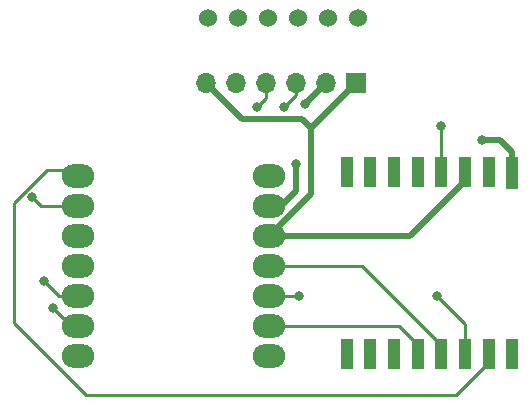
<source format=gbr>
%TF.GenerationSoftware,KiCad,Pcbnew,7.0.9*%
%TF.CreationDate,2024-02-15T22:09:52+01:00*%
%TF.ProjectId,esp32c3,65737033-3263-4332-9e6b-696361645f70,rev?*%
%TF.SameCoordinates,Original*%
%TF.FileFunction,Copper,L1,Top*%
%TF.FilePolarity,Positive*%
%FSLAX46Y46*%
G04 Gerber Fmt 4.6, Leading zero omitted, Abs format (unit mm)*
G04 Created by KiCad (PCBNEW 7.0.9) date 2024-02-15 22:09:52*
%MOMM*%
%LPD*%
G01*
G04 APERTURE LIST*
%TA.AperFunction,SMDPad,CuDef*%
%ADD10R,1.100000X2.800000*%
%TD*%
%TA.AperFunction,SMDPad,CuDef*%
%ADD11R,1.100000X2.600000*%
%TD*%
%TA.AperFunction,SMDPad,CuDef*%
%ADD12O,2.748280X1.998980*%
%TD*%
%TA.AperFunction,ComponentPad*%
%ADD13R,1.700000X1.700000*%
%TD*%
%TA.AperFunction,ComponentPad*%
%ADD14O,1.700000X1.700000*%
%TD*%
%TA.AperFunction,ComponentPad*%
%ADD15C,1.524000*%
%TD*%
%TA.AperFunction,ViaPad*%
%ADD16C,0.800000*%
%TD*%
%TA.AperFunction,Conductor*%
%ADD17C,0.500000*%
%TD*%
%TA.AperFunction,Conductor*%
%ADD18C,0.250000*%
%TD*%
G04 APERTURE END LIST*
D10*
%TO.P,U3,1,GND*%
%TO.N,Net-(J1-Pin_2)*%
X173482000Y-73152000D03*
D11*
%TO.P,U3,2,GND*%
X171482000Y-73052000D03*
%TO.P,U3,3,3.3V*%
%TO.N,Net-(J1-Pin_1)*%
X169482000Y-73052000D03*
%TO.P,U3,4,RESET*%
%TO.N,Net-(U2-PA4_A1_D1)*%
X167482000Y-73052000D03*
%TO.P,U3,5,DI00*%
%TO.N,unconnected-(U3-DI00-Pad5)*%
X165482000Y-73052000D03*
%TO.P,U3,6,DI01*%
%TO.N,unconnected-(U3-DI01-Pad6)*%
X163482000Y-73052000D03*
%TO.P,U3,7,DI02*%
%TO.N,unconnected-(U3-DI02-Pad7)*%
X161482000Y-73052000D03*
%TO.P,U3,8,DI03*%
%TO.N,unconnected-(U3-DI03-Pad8)*%
X159482000Y-73052000D03*
%TO.P,U3,9,GND*%
%TO.N,Net-(J1-Pin_2)*%
X159482000Y-88452000D03*
%TO.P,U3,10,DI04*%
%TO.N,unconnected-(U3-DI04-Pad10)*%
X161482000Y-88452000D03*
%TO.P,U3,11,DI05*%
%TO.N,unconnected-(U3-DI05-Pad11)*%
X163482000Y-88452000D03*
%TO.P,U3,12,SCK*%
%TO.N,Net-(U2-PA7_A8_D8_SCK)*%
X165482000Y-88452000D03*
%TO.P,U3,13,MISO*%
%TO.N,Net-(U2-PA6_A10_D10_MOSI)*%
X167482000Y-88452000D03*
%TO.P,U3,14,MOSI*%
%TO.N,Net-(U2-PA5_A9_D9_MISO)*%
X169482000Y-88452000D03*
%TO.P,U3,15,NSS*%
%TO.N,Net-(U2-PA02_A0_D0)*%
X171482000Y-88452000D03*
%TO.P,U3,16,GND*%
%TO.N,Net-(J1-Pin_2)*%
X173482000Y-88452000D03*
%TD*%
D12*
%TO.P,U2,1,PA02_A0_D0*%
%TO.N,Net-(U2-PA02_A0_D0)*%
X136743440Y-73406000D03*
%TO.P,U2,2,PA4_A1_D1*%
%TO.N,Net-(U2-PA4_A1_D1)*%
X136743440Y-75946000D03*
%TO.P,U2,3,PA10_A2_D2*%
%TO.N,unconnected-(U2-PA10_A2_D2-Pad3)*%
X136743440Y-78486000D03*
%TO.P,U2,4,PA11_A3_D3*%
%TO.N,unconnected-(U2-PA11_A3_D3-Pad4)*%
X136743440Y-81026000D03*
%TO.P,U2,5,PA8_A4_D4_SDA*%
%TO.N,Net-(J1-Pin_4)*%
X136743440Y-83566000D03*
%TO.P,U2,6,PA9_A5_D5_SCL*%
%TO.N,Net-(J1-Pin_3)*%
X136743440Y-86106000D03*
%TO.P,U2,7,PB08_A6_D6_TX*%
%TO.N,unconnected-(U2-PB08_A6_D6_TX-Pad7)*%
X136743440Y-88646000D03*
%TO.P,U2,8,PB09_A7_D7_RX*%
%TO.N,unconnected-(U2-PB09_A7_D7_RX-Pad8)*%
X152908000Y-88646000D03*
%TO.P,U2,9,PA7_A8_D8_SCK*%
%TO.N,Net-(U2-PA7_A8_D8_SCK)*%
X152908000Y-86106000D03*
%TO.P,U2,10,PA5_A9_D9_MISO*%
%TO.N,Net-(U2-PA5_A9_D9_MISO)*%
X152908000Y-83566000D03*
%TO.P,U2,11,PA6_A10_D10_MOSI*%
%TO.N,Net-(U2-PA6_A10_D10_MOSI)*%
X152908000Y-81026000D03*
%TO.P,U2,12,3V3*%
%TO.N,Net-(J1-Pin_1)*%
X152908000Y-78486000D03*
%TO.P,U2,13,GND*%
%TO.N,Net-(J1-Pin_2)*%
X152908000Y-75946000D03*
%TO.P,U2,14,5V*%
%TO.N,unconnected-(U2-5V-Pad14)*%
X152908000Y-73406000D03*
%TD*%
D13*
%TO.P,J1,1,Pin_1*%
%TO.N,Net-(J1-Pin_1)*%
X160274000Y-65532000D03*
D14*
%TO.P,J1,2,Pin_2*%
%TO.N,Net-(J1-Pin_2)*%
X157734000Y-65532000D03*
%TO.P,J1,3,Pin_3*%
%TO.N,Net-(J1-Pin_3)*%
X155194000Y-65532000D03*
%TO.P,J1,4,Pin_4*%
%TO.N,Net-(J1-Pin_4)*%
X152654000Y-65532000D03*
%TO.P,J1,5,Pin_5*%
%TO.N,unconnected-(J1-Pin_5-Pad5)*%
X150114000Y-65532000D03*
%TO.P,J1,6,Pin_6*%
%TO.N,Net-(J1-Pin_1)*%
X147574000Y-65532000D03*
%TD*%
D15*
%TO.P,U1,1,VCC*%
%TO.N,unconnected-(U1-VCC-Pad1)*%
X160401000Y-60071000D03*
%TO.P,U1,2,GND*%
%TO.N,unconnected-(U1-GND-Pad2)*%
X157861000Y-60071000D03*
%TO.P,U1,3,SCL*%
%TO.N,unconnected-(U1-SCL-Pad3)*%
X155321000Y-60071000D03*
%TO.P,U1,4,SDA*%
%TO.N,unconnected-(U1-SDA-Pad4)*%
X152781000Y-60071000D03*
%TO.P,U1,5,CSB*%
%TO.N,unconnected-(U1-CSB-Pad5)*%
X150241000Y-60071000D03*
%TO.P,U1,6,SDO*%
%TO.N,unconnected-(U1-SDO-Pad6)*%
X147701000Y-60071000D03*
%TD*%
D16*
%TO.N,Net-(J1-Pin_2)*%
X170942000Y-70358000D03*
X155956000Y-67310000D03*
X155194000Y-72390000D03*
%TO.N,Net-(J1-Pin_3)*%
X154178000Y-67564000D03*
X134620000Y-84582000D03*
%TO.N,Net-(J1-Pin_4)*%
X151892000Y-67564000D03*
X133858000Y-82296000D03*
%TO.N,Net-(U2-PA4_A1_D1)*%
X167482000Y-69184000D03*
X132846299Y-75188299D03*
%TO.N,Net-(U2-PA5_A9_D9_MISO)*%
X167132000Y-83566000D03*
X155448000Y-83566000D03*
%TD*%
D17*
%TO.N,Net-(J1-Pin_2)*%
X155194000Y-74676000D02*
X153924000Y-75946000D01*
X155956000Y-67310000D02*
X157734000Y-65532000D01*
X172466000Y-70358000D02*
X173482000Y-71374000D01*
X170942000Y-70358000D02*
X172466000Y-70358000D01*
X155194000Y-72390000D02*
X155194000Y-74676000D01*
X153924000Y-75946000D02*
X152908000Y-75946000D01*
X173482000Y-71374000D02*
X173482000Y-73152000D01*
%TO.N,Net-(J1-Pin_1)*%
X152908000Y-78486000D02*
X164798000Y-78486000D01*
X155702000Y-68580000D02*
X150622000Y-68580000D01*
X164798000Y-78486000D02*
X169482000Y-73802000D01*
X156464000Y-74930000D02*
X156464000Y-69342000D01*
X156464000Y-69342000D02*
X155702000Y-68580000D01*
X156464000Y-69342000D02*
X160274000Y-65532000D01*
X169482000Y-73802000D02*
X169482000Y-73052000D01*
X152908000Y-78486000D02*
X156464000Y-74930000D01*
X150622000Y-68580000D02*
X147574000Y-65532000D01*
D18*
%TO.N,Net-(J1-Pin_3)*%
X155194000Y-66548000D02*
X154178000Y-67564000D01*
X134620000Y-84582000D02*
X136144000Y-86106000D01*
X155194000Y-65532000D02*
X155194000Y-66548000D01*
X136144000Y-86106000D02*
X136743440Y-86106000D01*
%TO.N,Net-(J1-Pin_4)*%
X152654000Y-65532000D02*
X152654000Y-66802000D01*
X152654000Y-66802000D02*
X151892000Y-67564000D01*
X135128000Y-83566000D02*
X136743440Y-83566000D01*
X133858000Y-82296000D02*
X135128000Y-83566000D01*
%TO.N,Net-(U2-PA02_A0_D0)*%
X168698000Y-91948000D02*
X171482000Y-89164000D01*
X171482000Y-89164000D02*
X171482000Y-88452000D01*
X131318000Y-85852000D02*
X137414000Y-91948000D01*
X131318000Y-75692000D02*
X131318000Y-85852000D01*
X134112000Y-72898000D02*
X131318000Y-75692000D01*
X136235440Y-72898000D02*
X134112000Y-72898000D01*
X137414000Y-91948000D02*
X168698000Y-91948000D01*
X136743440Y-73406000D02*
X136235440Y-72898000D01*
%TO.N,Net-(U2-PA4_A1_D1)*%
X167482000Y-69184000D02*
X167482000Y-73052000D01*
X137160000Y-75946000D02*
X136743440Y-75946000D01*
X133604000Y-75946000D02*
X132846299Y-75188299D01*
X136743440Y-75946000D02*
X133604000Y-75946000D01*
%TO.N,Net-(U2-PA7_A8_D8_SCK)*%
X165482000Y-87702000D02*
X163886000Y-86106000D01*
X163886000Y-86106000D02*
X152908000Y-86106000D01*
X165482000Y-88452000D02*
X165482000Y-87702000D01*
%TO.N,Net-(U2-PA5_A9_D9_MISO)*%
X169482000Y-85916000D02*
X167132000Y-83566000D01*
X155448000Y-83566000D02*
X152908000Y-83566000D01*
X169482000Y-88452000D02*
X169482000Y-85916000D01*
%TO.N,Net-(U2-PA6_A10_D10_MOSI)*%
X167482000Y-88452000D02*
X167482000Y-87702000D01*
X160806000Y-81026000D02*
X152908000Y-81026000D01*
X167482000Y-87702000D02*
X160806000Y-81026000D01*
%TD*%
M02*

</source>
